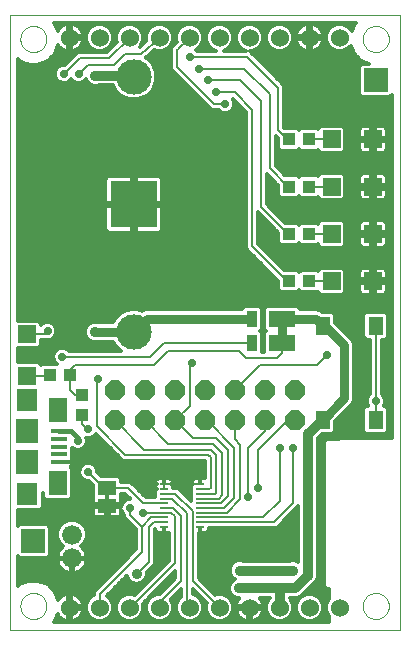
<source format=gtl>
G75*
G70*
%OFA0B0*%
%FSLAX24Y24*%
%IPPOS*%
%LPD*%
%AMOC8*
5,1,8,0,0,1.08239X$1,22.5*
%
%ADD10C,0.0000*%
%ADD11R,0.0787X0.0787*%
%ADD12R,0.0591X0.0591*%
%ADD13R,0.0394X0.0433*%
%ADD14R,0.0512X0.0610*%
%ADD15R,0.0531X0.0157*%
%ADD16R,0.0630X0.0827*%
%ADD17R,0.0748X0.0837*%
%ADD18R,0.0709X0.0748*%
%ADD19R,0.0276X0.0079*%
%ADD20OC8,0.0660*%
%ADD21C,0.0600*%
%ADD22C,0.0660*%
%ADD23R,0.0630X0.0460*%
%ADD24C,0.0120*%
%ADD25R,0.0433X0.0394*%
%ADD26R,0.0866X0.0551*%
%ADD27R,0.0354X0.0551*%
%ADD28R,0.1575X0.1575*%
%ADD29C,0.1181*%
%ADD30C,0.0080*%
%ADD31C,0.0277*%
%ADD32C,0.0079*%
%ADD33C,0.0160*%
%ADD34C,0.0356*%
%ADD35C,0.0320*%
%ADD36C,0.0315*%
D10*
X000519Y000100D02*
X000519Y020572D01*
X013511Y020572D01*
X013511Y000100D01*
X000519Y000100D01*
X000873Y000887D02*
X000875Y000928D01*
X000881Y000969D01*
X000891Y001009D01*
X000904Y001048D01*
X000921Y001085D01*
X000942Y001121D01*
X000966Y001155D01*
X000993Y001186D01*
X001022Y001214D01*
X001055Y001240D01*
X001089Y001262D01*
X001126Y001281D01*
X001164Y001296D01*
X001204Y001308D01*
X001244Y001316D01*
X001285Y001320D01*
X001327Y001320D01*
X001368Y001316D01*
X001408Y001308D01*
X001448Y001296D01*
X001486Y001281D01*
X001522Y001262D01*
X001557Y001240D01*
X001590Y001214D01*
X001619Y001186D01*
X001646Y001155D01*
X001670Y001121D01*
X001691Y001085D01*
X001708Y001048D01*
X001721Y001009D01*
X001731Y000969D01*
X001737Y000928D01*
X001739Y000887D01*
X001737Y000846D01*
X001731Y000805D01*
X001721Y000765D01*
X001708Y000726D01*
X001691Y000689D01*
X001670Y000653D01*
X001646Y000619D01*
X001619Y000588D01*
X001590Y000560D01*
X001557Y000534D01*
X001523Y000512D01*
X001486Y000493D01*
X001448Y000478D01*
X001408Y000466D01*
X001368Y000458D01*
X001327Y000454D01*
X001285Y000454D01*
X001244Y000458D01*
X001204Y000466D01*
X001164Y000478D01*
X001126Y000493D01*
X001090Y000512D01*
X001055Y000534D01*
X001022Y000560D01*
X000993Y000588D01*
X000966Y000619D01*
X000942Y000653D01*
X000921Y000689D01*
X000904Y000726D01*
X000891Y000765D01*
X000881Y000805D01*
X000875Y000846D01*
X000873Y000887D01*
X012290Y000887D02*
X012292Y000928D01*
X012298Y000969D01*
X012308Y001009D01*
X012321Y001048D01*
X012338Y001085D01*
X012359Y001121D01*
X012383Y001155D01*
X012410Y001186D01*
X012439Y001214D01*
X012472Y001240D01*
X012506Y001262D01*
X012543Y001281D01*
X012581Y001296D01*
X012621Y001308D01*
X012661Y001316D01*
X012702Y001320D01*
X012744Y001320D01*
X012785Y001316D01*
X012825Y001308D01*
X012865Y001296D01*
X012903Y001281D01*
X012939Y001262D01*
X012974Y001240D01*
X013007Y001214D01*
X013036Y001186D01*
X013063Y001155D01*
X013087Y001121D01*
X013108Y001085D01*
X013125Y001048D01*
X013138Y001009D01*
X013148Y000969D01*
X013154Y000928D01*
X013156Y000887D01*
X013154Y000846D01*
X013148Y000805D01*
X013138Y000765D01*
X013125Y000726D01*
X013108Y000689D01*
X013087Y000653D01*
X013063Y000619D01*
X013036Y000588D01*
X013007Y000560D01*
X012974Y000534D01*
X012940Y000512D01*
X012903Y000493D01*
X012865Y000478D01*
X012825Y000466D01*
X012785Y000458D01*
X012744Y000454D01*
X012702Y000454D01*
X012661Y000458D01*
X012621Y000466D01*
X012581Y000478D01*
X012543Y000493D01*
X012507Y000512D01*
X012472Y000534D01*
X012439Y000560D01*
X012410Y000588D01*
X012383Y000619D01*
X012359Y000653D01*
X012338Y000689D01*
X012321Y000726D01*
X012308Y000765D01*
X012298Y000805D01*
X012292Y000846D01*
X012290Y000887D01*
X012290Y019785D02*
X012292Y019826D01*
X012298Y019867D01*
X012308Y019907D01*
X012321Y019946D01*
X012338Y019983D01*
X012359Y020019D01*
X012383Y020053D01*
X012410Y020084D01*
X012439Y020112D01*
X012472Y020138D01*
X012506Y020160D01*
X012543Y020179D01*
X012581Y020194D01*
X012621Y020206D01*
X012661Y020214D01*
X012702Y020218D01*
X012744Y020218D01*
X012785Y020214D01*
X012825Y020206D01*
X012865Y020194D01*
X012903Y020179D01*
X012939Y020160D01*
X012974Y020138D01*
X013007Y020112D01*
X013036Y020084D01*
X013063Y020053D01*
X013087Y020019D01*
X013108Y019983D01*
X013125Y019946D01*
X013138Y019907D01*
X013148Y019867D01*
X013154Y019826D01*
X013156Y019785D01*
X013154Y019744D01*
X013148Y019703D01*
X013138Y019663D01*
X013125Y019624D01*
X013108Y019587D01*
X013087Y019551D01*
X013063Y019517D01*
X013036Y019486D01*
X013007Y019458D01*
X012974Y019432D01*
X012940Y019410D01*
X012903Y019391D01*
X012865Y019376D01*
X012825Y019364D01*
X012785Y019356D01*
X012744Y019352D01*
X012702Y019352D01*
X012661Y019356D01*
X012621Y019364D01*
X012581Y019376D01*
X012543Y019391D01*
X012507Y019410D01*
X012472Y019432D01*
X012439Y019458D01*
X012410Y019486D01*
X012383Y019517D01*
X012359Y019551D01*
X012338Y019587D01*
X012321Y019624D01*
X012308Y019663D01*
X012298Y019703D01*
X012292Y019744D01*
X012290Y019785D01*
X000873Y019785D02*
X000875Y019826D01*
X000881Y019867D01*
X000891Y019907D01*
X000904Y019946D01*
X000921Y019983D01*
X000942Y020019D01*
X000966Y020053D01*
X000993Y020084D01*
X001022Y020112D01*
X001055Y020138D01*
X001089Y020160D01*
X001126Y020179D01*
X001164Y020194D01*
X001204Y020206D01*
X001244Y020214D01*
X001285Y020218D01*
X001327Y020218D01*
X001368Y020214D01*
X001408Y020206D01*
X001448Y020194D01*
X001486Y020179D01*
X001522Y020160D01*
X001557Y020138D01*
X001590Y020112D01*
X001619Y020084D01*
X001646Y020053D01*
X001670Y020019D01*
X001691Y019983D01*
X001708Y019946D01*
X001721Y019907D01*
X001731Y019867D01*
X001737Y019826D01*
X001739Y019785D01*
X001737Y019744D01*
X001731Y019703D01*
X001721Y019663D01*
X001708Y019624D01*
X001691Y019587D01*
X001670Y019551D01*
X001646Y019517D01*
X001619Y019486D01*
X001590Y019458D01*
X001557Y019432D01*
X001523Y019410D01*
X001486Y019391D01*
X001448Y019376D01*
X001408Y019364D01*
X001368Y019356D01*
X001327Y019352D01*
X001285Y019352D01*
X001244Y019356D01*
X001204Y019364D01*
X001164Y019376D01*
X001126Y019391D01*
X001090Y019410D01*
X001055Y019432D01*
X001022Y019458D01*
X000993Y019486D01*
X000966Y019517D01*
X000942Y019551D01*
X000921Y019587D01*
X000904Y019624D01*
X000891Y019663D01*
X000881Y019703D01*
X000875Y019744D01*
X000873Y019785D01*
D11*
X001306Y003053D03*
X012723Y018407D03*
D12*
X012625Y016439D03*
X012625Y014864D03*
X012625Y013289D03*
X012625Y011714D03*
X011247Y011714D03*
X011247Y013289D03*
X011247Y014864D03*
X011247Y016439D03*
X001109Y009943D03*
X001109Y008565D03*
D13*
X001857Y008584D03*
X002527Y008584D03*
X009830Y011714D03*
X010499Y011714D03*
X010499Y013289D03*
X009830Y013289D03*
X009830Y014868D03*
X010499Y014868D03*
X010499Y016439D03*
X009830Y016439D03*
D14*
X010952Y010228D03*
X012723Y010228D03*
X012723Y007098D03*
X010952Y007098D03*
D15*
X002162Y006714D03*
X002162Y006458D03*
X002162Y006202D03*
X002162Y005946D03*
X002162Y005691D03*
D16*
X002113Y004982D03*
X002113Y007423D03*
D17*
X001109Y006719D03*
X001109Y005686D03*
D18*
X001109Y004637D03*
X001109Y007767D03*
D19*
X005657Y004943D03*
X005657Y004785D03*
X005657Y004628D03*
X005657Y004470D03*
X005657Y004313D03*
X005657Y004155D03*
X005657Y003998D03*
X005657Y003840D03*
X005657Y003683D03*
X005657Y003525D03*
X006870Y003525D03*
X006870Y003683D03*
X006870Y003840D03*
X006870Y003998D03*
X006870Y004155D03*
X006870Y004313D03*
X006870Y004470D03*
X006870Y004628D03*
X006870Y004785D03*
X006870Y004943D03*
D20*
X007031Y007080D03*
X007031Y008080D03*
X006031Y008080D03*
X006031Y007080D03*
X005031Y007080D03*
X005031Y008080D03*
X004031Y008080D03*
X004031Y007080D03*
X008031Y007080D03*
X008031Y008080D03*
X009031Y008080D03*
X009031Y007080D03*
X010031Y007080D03*
X010031Y008080D03*
D21*
X010515Y000836D03*
X011515Y000836D03*
X009515Y000836D03*
X008515Y000836D03*
X007515Y000836D03*
X006515Y000836D03*
X005515Y000836D03*
X004515Y000836D03*
X003515Y000836D03*
X002515Y000836D03*
X002515Y019836D03*
X003515Y019836D03*
X004515Y019836D03*
X005515Y019836D03*
X006515Y019836D03*
X007515Y019836D03*
X008515Y019836D03*
X009515Y019836D03*
X010515Y019836D03*
X011515Y019836D03*
D22*
X002595Y003269D03*
X002595Y002482D03*
D23*
X003767Y004229D03*
X003767Y004829D03*
D24*
X003767Y004779D02*
X003767Y004279D01*
X003547Y004284D02*
X003547Y004188D01*
X003561Y004174D01*
X003292Y004174D01*
X003292Y003978D01*
X003303Y003937D01*
X003324Y003901D01*
X003353Y003871D01*
X003390Y003850D01*
X003431Y003839D01*
X003712Y003839D01*
X003712Y004059D01*
X003822Y004059D01*
X003822Y003839D01*
X004103Y003839D01*
X004143Y003850D01*
X004180Y003871D01*
X004210Y003901D01*
X004231Y003937D01*
X004242Y003978D01*
X004242Y004081D01*
X004281Y003986D01*
X004335Y003932D01*
X004335Y003836D01*
X004729Y003443D01*
X004729Y002781D01*
X003315Y001368D01*
X003315Y001252D01*
X003254Y001226D01*
X003125Y001097D01*
X003055Y000928D01*
X003055Y000745D01*
X003125Y000576D01*
X003254Y000446D01*
X003423Y000376D01*
X003606Y000376D01*
X003775Y000446D01*
X003905Y000576D01*
X003975Y000745D01*
X003975Y000928D01*
X003905Y001097D01*
X003775Y001226D01*
X003749Y001237D01*
X004413Y001902D01*
X004464Y001779D01*
X004559Y001683D01*
X004684Y001632D01*
X004818Y001632D01*
X004943Y001683D01*
X005038Y001779D01*
X005089Y001903D01*
X005089Y002025D01*
X005345Y002281D01*
X005345Y003430D01*
X005363Y003449D01*
X005370Y003424D01*
X005391Y003388D01*
X005421Y003358D01*
X005457Y003337D01*
X005498Y003326D01*
X005657Y003326D01*
X005811Y003326D01*
X005811Y002387D01*
X004687Y001263D01*
X004606Y001296D01*
X004423Y001296D01*
X004254Y001226D01*
X004125Y001097D01*
X004055Y000928D01*
X004055Y000745D01*
X004125Y000576D01*
X004254Y000446D01*
X004423Y000376D01*
X004606Y000376D01*
X004775Y000446D01*
X004905Y000576D01*
X004975Y000745D01*
X004975Y000928D01*
X004957Y000969D01*
X006027Y002039D01*
X006027Y001806D01*
X005517Y001296D01*
X005423Y001296D01*
X005254Y001226D01*
X005125Y001097D01*
X005055Y000928D01*
X005055Y000745D01*
X005125Y000576D01*
X005254Y000446D01*
X005423Y000376D01*
X005606Y000376D01*
X005775Y000446D01*
X005905Y000576D01*
X005975Y000745D01*
X005975Y000928D01*
X005905Y001097D01*
X005894Y001107D01*
X006224Y001438D01*
X006224Y001196D01*
X006125Y001097D01*
X006055Y000928D01*
X006055Y000745D01*
X006125Y000576D01*
X006254Y000446D01*
X006423Y000376D01*
X006606Y000376D01*
X006775Y000446D01*
X006905Y000576D01*
X006975Y000745D01*
X006975Y000928D01*
X006905Y001097D01*
X006775Y001226D01*
X006624Y001289D01*
X006624Y001444D01*
X007080Y000988D01*
X007055Y000928D01*
X007055Y000745D01*
X007125Y000576D01*
X007254Y000446D01*
X007423Y000376D01*
X007606Y000376D01*
X007775Y000446D01*
X007905Y000576D01*
X007975Y000745D01*
X007975Y000928D01*
X007905Y001097D01*
X007775Y001226D01*
X007606Y001296D01*
X007423Y001296D01*
X007363Y001271D01*
X006821Y001813D01*
X006821Y003326D01*
X006870Y003326D01*
X007028Y003326D01*
X007069Y003337D01*
X007106Y003358D01*
X007135Y003388D01*
X007156Y003424D01*
X007167Y003465D01*
X007167Y003483D01*
X009418Y003483D01*
X009535Y003600D01*
X009535Y003601D01*
X010140Y004205D01*
X010140Y002363D01*
X010035Y002407D01*
X009900Y002407D01*
X009857Y002389D01*
X008307Y002389D01*
X008263Y002407D01*
X008129Y002407D01*
X008004Y002355D01*
X007909Y002260D01*
X007858Y002136D01*
X007858Y002001D01*
X007909Y001877D01*
X008004Y001782D01*
X008015Y001777D01*
X007985Y001765D01*
X007890Y001669D01*
X007838Y001545D01*
X007838Y001411D01*
X007890Y001286D01*
X007985Y001191D01*
X008109Y001140D01*
X008168Y001140D01*
X008164Y001136D01*
X008121Y001077D01*
X008088Y001013D01*
X008066Y000944D01*
X008055Y000876D01*
X008475Y000876D01*
X008475Y000796D01*
X008555Y000796D01*
X008555Y000876D01*
X008974Y000876D01*
X008963Y000944D01*
X008941Y001013D01*
X008908Y001077D01*
X008866Y001136D01*
X008844Y001158D01*
X009186Y001158D01*
X009125Y001097D01*
X009055Y000928D01*
X009055Y000745D01*
X009125Y000576D01*
X009254Y000446D01*
X009423Y000376D01*
X009606Y000376D01*
X009775Y000446D01*
X009905Y000576D01*
X009975Y000745D01*
X009975Y000928D01*
X009905Y001097D01*
X009844Y001158D01*
X010106Y001158D01*
X010223Y001207D01*
X010641Y001624D01*
X010731Y001714D01*
X010780Y001832D01*
X010780Y006473D01*
X010939Y006633D01*
X011274Y006633D01*
X011368Y006727D01*
X011368Y007065D01*
X011930Y007627D01*
X011978Y007744D01*
X011978Y009651D01*
X011930Y009768D01*
X011840Y009857D01*
X011368Y010330D01*
X011368Y010599D01*
X011274Y010693D01*
X010936Y010693D01*
X010905Y010723D01*
X010789Y010772D01*
X010187Y010772D01*
X010187Y010796D01*
X010093Y010890D01*
X009094Y010890D01*
X009000Y010796D01*
X009000Y010112D01*
X009052Y010061D01*
X009000Y010009D01*
X009000Y009354D01*
X008927Y009354D01*
X008927Y010009D01*
X008875Y010061D01*
X008927Y010112D01*
X008927Y010796D01*
X008833Y010890D01*
X008346Y010890D01*
X008252Y010796D01*
X008252Y010772D01*
X005022Y010772D01*
X004912Y010726D01*
X004802Y010772D01*
X004503Y010772D01*
X004227Y010658D01*
X004016Y010446D01*
X003972Y010339D01*
X003490Y010339D01*
X003440Y010359D01*
X003306Y010359D01*
X003182Y010308D01*
X003086Y010213D01*
X003035Y010089D01*
X003035Y009954D01*
X003086Y009830D01*
X003182Y009735D01*
X003306Y009683D01*
X003440Y009683D01*
X003490Y009704D01*
X003972Y009704D01*
X004016Y009596D01*
X004219Y009394D01*
X002494Y009394D01*
X002440Y009448D01*
X002330Y009493D01*
X002211Y009493D01*
X002101Y009448D01*
X002017Y009364D01*
X001972Y009254D01*
X001972Y009135D01*
X002017Y009025D01*
X002082Y008961D01*
X001594Y008961D01*
X001562Y008929D01*
X001471Y009020D01*
X000779Y009020D01*
X000779Y009487D01*
X001471Y009487D01*
X001565Y009581D01*
X001565Y009743D01*
X001717Y009743D01*
X001719Y009742D01*
X001838Y009742D01*
X001948Y009788D01*
X002032Y009872D01*
X002077Y009982D01*
X002077Y010100D01*
X002032Y010210D01*
X001948Y010294D01*
X001838Y010340D01*
X001719Y010340D01*
X001609Y010294D01*
X001565Y010249D01*
X001565Y010304D01*
X001471Y010398D01*
X000779Y010398D01*
X000779Y019112D01*
X000825Y019065D01*
X001137Y018936D01*
X001475Y018936D01*
X001787Y019065D01*
X002026Y019304D01*
X002137Y019573D01*
X002164Y019537D01*
X002215Y019485D01*
X002274Y019443D01*
X002338Y019410D01*
X002407Y019388D01*
X002475Y019377D01*
X002475Y019796D01*
X002555Y019796D01*
X002555Y019876D01*
X002974Y019876D01*
X002963Y019944D01*
X002941Y020013D01*
X002908Y020077D01*
X002866Y020136D01*
X002814Y020187D01*
X002756Y020230D01*
X002691Y020263D01*
X002622Y020285D01*
X002555Y020296D01*
X002555Y019876D01*
X002475Y019876D01*
X002475Y020296D01*
X002407Y020285D01*
X002338Y020263D01*
X002274Y020230D01*
X002215Y020187D01*
X002164Y020136D01*
X002121Y020077D01*
X002112Y020059D01*
X002026Y020266D01*
X001979Y020312D01*
X012050Y020312D01*
X012004Y020266D01*
X011919Y020062D01*
X011905Y020097D01*
X011775Y020226D01*
X011606Y020296D01*
X011423Y020296D01*
X011254Y020226D01*
X011125Y020097D01*
X011055Y019928D01*
X011055Y019745D01*
X011125Y019576D01*
X011254Y019446D01*
X011423Y019376D01*
X011606Y019376D01*
X011775Y019446D01*
X011895Y019566D01*
X012004Y019304D01*
X012243Y019065D01*
X012495Y018961D01*
X012263Y018961D01*
X012170Y018867D01*
X012170Y017947D01*
X012263Y017853D01*
X013183Y017853D01*
X013251Y017921D01*
X013251Y006480D01*
X011512Y006480D01*
X011492Y006461D01*
X011082Y006461D01*
X010989Y006367D01*
X010989Y001559D01*
X011082Y001466D01*
X011159Y001466D01*
X011156Y001128D01*
X011125Y001097D01*
X011055Y000928D01*
X011055Y000745D01*
X011125Y000576D01*
X011151Y000549D01*
X011150Y000360D01*
X001979Y000360D01*
X002026Y000406D01*
X002112Y000614D01*
X002121Y000595D01*
X002164Y000537D01*
X002215Y000485D01*
X002274Y000443D01*
X002338Y000410D01*
X002407Y000388D01*
X002475Y000377D01*
X002475Y000796D01*
X002555Y000796D01*
X002555Y000876D01*
X002974Y000876D01*
X002963Y000944D01*
X002941Y001013D01*
X002908Y001077D01*
X002866Y001136D01*
X002814Y001187D01*
X002756Y001230D01*
X002691Y001263D01*
X002622Y001285D01*
X003315Y001285D01*
X003351Y001404D02*
X001991Y001404D01*
X002026Y001368D02*
X001787Y001607D01*
X001475Y001736D01*
X001137Y001736D01*
X000825Y001607D01*
X000779Y001561D01*
X000779Y002566D01*
X000846Y002499D01*
X001766Y002499D01*
X001860Y002593D01*
X001860Y003513D01*
X001766Y003606D01*
X000846Y003606D01*
X000779Y003539D01*
X000779Y004103D01*
X001530Y004103D01*
X001624Y004197D01*
X001624Y004664D01*
X001638Y004664D01*
X001638Y004502D01*
X001732Y004409D01*
X002494Y004409D01*
X002588Y004502D01*
X002588Y005462D01*
X002546Y005504D01*
X002556Y005514D01*
X002577Y005550D01*
X002588Y005591D01*
X002588Y005691D01*
X002588Y005790D01*
X002586Y005799D01*
X002588Y005801D01*
X002588Y006171D01*
X002613Y006146D01*
X002723Y006100D01*
X002842Y006100D01*
X002952Y006146D01*
X003036Y006230D01*
X003081Y006340D01*
X003081Y006459D01*
X003074Y006476D01*
X003077Y006474D01*
X003196Y006474D01*
X003306Y006520D01*
X003390Y006604D01*
X003398Y006624D01*
X004294Y005727D01*
X007012Y005727D01*
X007012Y005142D01*
X006870Y005142D01*
X006870Y004984D01*
X006870Y004984D01*
X006870Y005142D01*
X006711Y005142D01*
X006670Y005131D01*
X006634Y005110D01*
X006604Y005080D01*
X006583Y005044D01*
X006572Y005003D01*
X006572Y004943D01*
X006624Y004943D01*
X006624Y004943D01*
X006572Y004943D01*
X006572Y004380D01*
X006241Y004710D01*
X006124Y004828D01*
X005955Y004828D01*
X005955Y004845D01*
X005950Y004864D01*
X005955Y004882D01*
X005955Y004943D01*
X005955Y005003D01*
X005944Y005044D01*
X005923Y005080D01*
X005893Y005110D01*
X005857Y005131D01*
X005816Y005142D01*
X005657Y005142D01*
X005657Y004943D01*
X005657Y004943D01*
X005657Y005142D01*
X005498Y005142D01*
X005457Y005131D01*
X005421Y005110D01*
X005391Y005080D01*
X005370Y005044D01*
X005359Y005003D01*
X005359Y004943D01*
X005411Y004943D01*
X005411Y004943D01*
X005359Y004943D01*
X005359Y004882D01*
X005364Y004864D01*
X005359Y004845D01*
X005359Y004785D01*
X005359Y004513D01*
X005050Y004513D01*
X004656Y004907D01*
X004539Y005024D01*
X004242Y005024D01*
X004242Y005125D01*
X004148Y005219D01*
X003556Y005219D01*
X003436Y005340D01*
X003436Y005415D01*
X003390Y005525D01*
X003306Y005609D01*
X003196Y005655D01*
X003077Y005655D01*
X002968Y005609D01*
X002884Y005525D01*
X002838Y005415D01*
X002838Y005296D01*
X002884Y005187D01*
X002968Y005103D01*
X003077Y005057D01*
X003153Y005057D01*
X003292Y004918D01*
X003292Y004533D01*
X003303Y004522D01*
X003303Y004521D01*
X003292Y004480D01*
X003292Y004284D01*
X003547Y004284D01*
X003547Y004248D02*
X001624Y004248D01*
X001624Y004366D02*
X003292Y004366D01*
X003293Y004485D02*
X002570Y004485D01*
X002588Y004603D02*
X003292Y004603D01*
X003292Y004722D02*
X002588Y004722D01*
X002588Y004840D02*
X003292Y004840D01*
X003251Y004959D02*
X002588Y004959D01*
X002588Y005077D02*
X003029Y005077D01*
X002880Y005196D02*
X002588Y005196D01*
X002588Y005314D02*
X002838Y005314D01*
X002845Y005433D02*
X002588Y005433D01*
X002578Y005551D02*
X002909Y005551D01*
X002588Y005670D02*
X007012Y005670D01*
X007012Y005551D02*
X003364Y005551D01*
X003428Y005433D02*
X007012Y005433D01*
X007012Y005314D02*
X003462Y005314D01*
X003997Y006025D02*
X002588Y006025D01*
X002588Y005907D02*
X004115Y005907D01*
X004234Y005788D02*
X002588Y005788D01*
X002588Y005691D02*
X002162Y005691D01*
X002162Y005691D01*
X002588Y005691D01*
X002588Y006144D02*
X002619Y006144D01*
X002946Y006144D02*
X003878Y006144D01*
X003760Y006262D02*
X003049Y006262D01*
X003081Y006381D02*
X003641Y006381D01*
X003523Y006499D02*
X003255Y006499D01*
X003396Y006618D02*
X003404Y006618D01*
X004172Y005196D02*
X007012Y005196D01*
X006870Y005077D02*
X006870Y005077D01*
X006602Y005077D02*
X005925Y005077D01*
X005955Y004959D02*
X006572Y004959D01*
X006572Y004840D02*
X005955Y004840D01*
X005955Y004943D02*
X005903Y004943D01*
X005955Y004943D01*
X005903Y004943D02*
X005903Y004943D01*
X005657Y004959D02*
X005657Y004959D01*
X005657Y005077D02*
X005657Y005077D01*
X005389Y005077D02*
X004242Y005077D01*
X004604Y004959D02*
X005359Y004959D01*
X005359Y004840D02*
X004723Y004840D01*
X004841Y004722D02*
X005359Y004722D01*
X005359Y004785D02*
X005411Y004785D01*
X005411Y004785D01*
X005411Y004785D01*
X005359Y004785D01*
X005359Y004603D02*
X004960Y004603D01*
X004543Y004454D02*
X004373Y004624D01*
X004242Y004624D01*
X004242Y004533D01*
X004230Y004522D01*
X004231Y004521D01*
X004242Y004480D01*
X004242Y004284D01*
X003987Y004284D01*
X003987Y004188D01*
X003973Y004174D01*
X004236Y004174D01*
X004236Y004215D01*
X004281Y004324D01*
X004365Y004408D01*
X004475Y004454D01*
X004543Y004454D01*
X004513Y004485D02*
X004241Y004485D01*
X004242Y004603D02*
X004394Y004603D01*
X004323Y004366D02*
X004242Y004366D01*
X004249Y004248D02*
X003987Y004248D01*
X003822Y004011D02*
X003712Y004011D01*
X003712Y003892D02*
X003822Y003892D01*
X004201Y003892D02*
X004335Y003892D01*
X004398Y003774D02*
X000779Y003774D01*
X000779Y003892D02*
X003333Y003892D01*
X003292Y004011D02*
X000779Y004011D01*
X000779Y003655D02*
X002288Y003655D01*
X002318Y003685D02*
X002180Y003547D01*
X002105Y003367D01*
X002105Y003172D01*
X002180Y002992D01*
X002299Y002872D01*
X002276Y002856D01*
X002222Y002801D01*
X002176Y002739D01*
X002141Y002670D01*
X002118Y002597D01*
X002105Y002520D01*
X002105Y002501D01*
X002577Y002501D01*
X002577Y002463D01*
X002614Y002463D01*
X002614Y001992D01*
X002634Y001992D01*
X002710Y002004D01*
X002784Y002028D01*
X002852Y002063D01*
X002915Y002108D01*
X002969Y002163D01*
X003015Y002225D01*
X003050Y002294D01*
X003073Y002367D01*
X003085Y002443D01*
X003085Y002463D01*
X002614Y002463D01*
X002614Y002501D01*
X003085Y002501D01*
X003085Y002520D01*
X003073Y002597D01*
X003050Y002670D01*
X003015Y002739D01*
X002969Y002801D01*
X002915Y002856D01*
X002892Y002872D01*
X003011Y002992D01*
X003085Y003172D01*
X003085Y003367D01*
X003011Y003547D01*
X002873Y003685D01*
X002693Y003759D01*
X002498Y003759D01*
X002318Y003685D01*
X002176Y003537D02*
X001836Y003537D01*
X001860Y003418D02*
X002127Y003418D01*
X002105Y003300D02*
X001860Y003300D01*
X001860Y003181D02*
X002105Y003181D01*
X002151Y003063D02*
X001860Y003063D01*
X001860Y002944D02*
X002228Y002944D01*
X002246Y002826D02*
X001860Y002826D01*
X001860Y002707D02*
X002160Y002707D01*
X002116Y002589D02*
X001856Y002589D01*
X002105Y002463D02*
X002105Y002443D01*
X002118Y002367D01*
X002141Y002294D01*
X002176Y002225D01*
X002222Y002163D01*
X002276Y002108D01*
X002339Y002063D01*
X002407Y002028D01*
X002481Y002004D01*
X002557Y001992D01*
X002577Y001992D01*
X002577Y002463D01*
X002105Y002463D01*
X002123Y002352D02*
X000779Y002352D01*
X000779Y002470D02*
X002577Y002470D01*
X002614Y002470D02*
X004418Y002470D01*
X004536Y002589D02*
X003075Y002589D01*
X003031Y002707D02*
X004655Y002707D01*
X004729Y002826D02*
X002945Y002826D01*
X002963Y002944D02*
X004729Y002944D01*
X004729Y003063D02*
X003040Y003063D01*
X003085Y003181D02*
X004729Y003181D01*
X004729Y003300D02*
X003085Y003300D01*
X003064Y003418D02*
X004729Y003418D01*
X004635Y003537D02*
X003015Y003537D01*
X002903Y003655D02*
X004516Y003655D01*
X004271Y004011D02*
X004242Y004011D01*
X003292Y004129D02*
X001555Y004129D01*
X001624Y004485D02*
X001656Y004485D01*
X001638Y004603D02*
X001624Y004603D01*
X002577Y002352D02*
X002614Y002352D01*
X002614Y002233D02*
X002577Y002233D01*
X002577Y002115D02*
X002614Y002115D01*
X002614Y001996D02*
X002577Y001996D01*
X002531Y001996D02*
X000779Y001996D01*
X000779Y001878D02*
X003825Y001878D01*
X003944Y001996D02*
X002660Y001996D01*
X002921Y002115D02*
X004062Y002115D01*
X004181Y002233D02*
X003019Y002233D01*
X003068Y002352D02*
X004299Y002352D01*
X004389Y001878D02*
X004423Y001878D01*
X004484Y001759D02*
X004271Y001759D01*
X004152Y001641D02*
X004663Y001641D01*
X004839Y001641D02*
X005065Y001641D01*
X005018Y001759D02*
X005183Y001759D01*
X005079Y001878D02*
X005302Y001878D01*
X005420Y001996D02*
X005089Y001996D01*
X005178Y002115D02*
X005539Y002115D01*
X005657Y002233D02*
X005297Y002233D01*
X005345Y002352D02*
X005776Y002352D01*
X005811Y002470D02*
X005345Y002470D01*
X005345Y002589D02*
X005811Y002589D01*
X005811Y002707D02*
X005345Y002707D01*
X005345Y002826D02*
X005811Y002826D01*
X005811Y002944D02*
X005345Y002944D01*
X005345Y003063D02*
X005811Y003063D01*
X005811Y003181D02*
X005345Y003181D01*
X005345Y003300D02*
X005811Y003300D01*
X005657Y003326D02*
X005657Y003483D01*
X005657Y003483D01*
X005657Y003326D01*
X005657Y003418D02*
X005657Y003418D01*
X005374Y003418D02*
X005345Y003418D01*
X006230Y004722D02*
X006572Y004722D01*
X006572Y004603D02*
X006349Y004603D01*
X006467Y004485D02*
X006572Y004485D01*
X006870Y003483D02*
X006870Y003483D01*
X006870Y003326D01*
X006870Y003483D01*
X006870Y003418D02*
X006870Y003418D01*
X006821Y003300D02*
X010140Y003300D01*
X010140Y003418D02*
X007153Y003418D01*
X006821Y003181D02*
X010140Y003181D01*
X010140Y003063D02*
X006821Y003063D01*
X006821Y002944D02*
X010140Y002944D01*
X010140Y002826D02*
X006821Y002826D01*
X006821Y002707D02*
X010140Y002707D01*
X010140Y002589D02*
X006821Y002589D01*
X006821Y002470D02*
X010140Y002470D01*
X010749Y001759D02*
X010989Y001759D01*
X010989Y001641D02*
X010657Y001641D01*
X010539Y001522D02*
X011026Y001522D01*
X011158Y001404D02*
X010420Y001404D01*
X010423Y001296D02*
X010254Y001226D01*
X010125Y001097D01*
X010055Y000928D01*
X010055Y000745D01*
X010125Y000576D01*
X010254Y000446D01*
X010423Y000376D01*
X010606Y000376D01*
X010775Y000446D01*
X010905Y000576D01*
X010975Y000745D01*
X010975Y000928D01*
X010905Y001097D01*
X010775Y001226D01*
X010606Y001296D01*
X010423Y001296D01*
X010396Y001285D02*
X010302Y001285D01*
X010195Y001167D02*
X010126Y001167D01*
X010105Y001048D02*
X009925Y001048D01*
X009974Y000930D02*
X010056Y000930D01*
X010055Y000811D02*
X009975Y000811D01*
X009953Y000693D02*
X010076Y000693D01*
X010126Y000574D02*
X009903Y000574D01*
X009785Y000456D02*
X010245Y000456D01*
X010785Y000456D02*
X011151Y000456D01*
X011126Y000574D02*
X010903Y000574D01*
X010953Y000693D02*
X011076Y000693D01*
X011055Y000811D02*
X010975Y000811D01*
X010974Y000930D02*
X011056Y000930D01*
X011105Y001048D02*
X010925Y001048D01*
X010835Y001167D02*
X011156Y001167D01*
X011157Y001285D02*
X010633Y001285D01*
X010780Y001878D02*
X010989Y001878D01*
X010989Y001996D02*
X010780Y001996D01*
X010780Y002115D02*
X010989Y002115D01*
X010989Y002233D02*
X010780Y002233D01*
X010780Y002352D02*
X010989Y002352D01*
X010989Y002470D02*
X010780Y002470D01*
X010780Y002589D02*
X010989Y002589D01*
X010989Y002707D02*
X010780Y002707D01*
X010780Y002826D02*
X010989Y002826D01*
X010989Y002944D02*
X010780Y002944D01*
X010780Y003063D02*
X010989Y003063D01*
X010989Y003181D02*
X010780Y003181D01*
X010780Y003300D02*
X010989Y003300D01*
X010989Y003418D02*
X010780Y003418D01*
X010780Y003537D02*
X010989Y003537D01*
X010989Y003655D02*
X010780Y003655D01*
X010780Y003774D02*
X010989Y003774D01*
X010989Y003892D02*
X010780Y003892D01*
X010780Y004011D02*
X010989Y004011D01*
X010989Y004129D02*
X010780Y004129D01*
X010780Y004248D02*
X010989Y004248D01*
X010989Y004366D02*
X010780Y004366D01*
X010780Y004485D02*
X010989Y004485D01*
X010989Y004603D02*
X010780Y004603D01*
X010780Y004722D02*
X010989Y004722D01*
X010989Y004840D02*
X010780Y004840D01*
X010780Y004959D02*
X010989Y004959D01*
X010989Y005077D02*
X010780Y005077D01*
X010780Y005196D02*
X010989Y005196D01*
X010989Y005314D02*
X010780Y005314D01*
X010780Y005433D02*
X010989Y005433D01*
X010989Y005551D02*
X010780Y005551D01*
X010780Y005670D02*
X010989Y005670D01*
X010989Y005788D02*
X010780Y005788D01*
X010780Y005907D02*
X010989Y005907D01*
X010989Y006025D02*
X010780Y006025D01*
X010780Y006144D02*
X010989Y006144D01*
X010989Y006262D02*
X010780Y006262D01*
X010780Y006381D02*
X011002Y006381D01*
X010805Y006499D02*
X013251Y006499D01*
X013251Y006618D02*
X010924Y006618D01*
X011368Y006736D02*
X012308Y006736D01*
X012308Y006727D02*
X012401Y006633D01*
X013046Y006633D01*
X013139Y006727D01*
X013139Y007469D01*
X013046Y007563D01*
X012979Y007563D01*
X013022Y007669D01*
X013022Y007787D01*
X012977Y007897D01*
X012923Y007950D01*
X012923Y009763D01*
X013046Y009763D01*
X013139Y009857D01*
X013139Y010599D01*
X013046Y010693D01*
X012401Y010693D01*
X012308Y010599D01*
X012308Y009857D01*
X012401Y009763D01*
X012523Y009763D01*
X012523Y007950D01*
X012470Y007897D01*
X012425Y007787D01*
X012425Y007669D01*
X012468Y007563D01*
X012401Y007563D01*
X012308Y007469D01*
X012308Y006727D01*
X012308Y006855D02*
X011368Y006855D01*
X011368Y006973D02*
X012308Y006973D01*
X012308Y007092D02*
X011394Y007092D01*
X011513Y007210D02*
X012308Y007210D01*
X012308Y007329D02*
X011631Y007329D01*
X011750Y007447D02*
X012308Y007447D01*
X012467Y007566D02*
X011868Y007566D01*
X011953Y007684D02*
X012425Y007684D01*
X012431Y007803D02*
X011978Y007803D01*
X011978Y007921D02*
X012494Y007921D01*
X012523Y008040D02*
X011978Y008040D01*
X011978Y008158D02*
X012523Y008158D01*
X012523Y008277D02*
X011978Y008277D01*
X011978Y008395D02*
X012523Y008395D01*
X012523Y008514D02*
X011978Y008514D01*
X011978Y008632D02*
X012523Y008632D01*
X012523Y008751D02*
X011978Y008751D01*
X011978Y008869D02*
X012523Y008869D01*
X012523Y008988D02*
X011978Y008988D01*
X011978Y009106D02*
X012523Y009106D01*
X012523Y009225D02*
X011978Y009225D01*
X011978Y009343D02*
X012523Y009343D01*
X012523Y009462D02*
X011978Y009462D01*
X011978Y009580D02*
X012523Y009580D01*
X012523Y009699D02*
X011958Y009699D01*
X011881Y009817D02*
X012347Y009817D01*
X012308Y009936D02*
X011762Y009936D01*
X011644Y010054D02*
X012308Y010054D01*
X012308Y010173D02*
X011525Y010173D01*
X011407Y010291D02*
X012308Y010291D01*
X012308Y010410D02*
X011368Y010410D01*
X011368Y010528D02*
X012308Y010528D01*
X012355Y010647D02*
X011320Y010647D01*
X011609Y011259D02*
X011702Y011353D01*
X011702Y012076D01*
X011609Y012169D01*
X010885Y012169D01*
X010792Y012076D01*
X010792Y012061D01*
X010762Y012091D01*
X010236Y012091D01*
X010164Y012019D01*
X010093Y012091D01*
X009667Y012091D01*
X008790Y012968D01*
X008790Y014007D01*
X009473Y013324D01*
X009473Y013006D01*
X009567Y012912D01*
X010093Y012912D01*
X010164Y012984D01*
X010236Y012912D01*
X010762Y012912D01*
X010792Y012942D01*
X010792Y012927D01*
X010885Y012834D01*
X011609Y012834D01*
X011702Y012927D01*
X011702Y013651D01*
X011609Y013744D01*
X010885Y013744D01*
X010792Y013651D01*
X010792Y013636D01*
X010762Y013666D01*
X010236Y013666D01*
X010164Y013594D01*
X010093Y013666D01*
X009697Y013666D01*
X009085Y014277D01*
X009085Y015286D01*
X009473Y014898D01*
X009473Y014585D01*
X009567Y014491D01*
X010093Y014491D01*
X010164Y014563D01*
X010236Y014491D01*
X010762Y014491D01*
X010792Y014521D01*
X010792Y014502D01*
X010885Y014409D01*
X011609Y014409D01*
X011702Y014502D01*
X011702Y015225D01*
X011609Y015319D01*
X010885Y015319D01*
X010792Y015225D01*
X010792Y015215D01*
X010762Y015244D01*
X010236Y015244D01*
X010164Y015173D01*
X010093Y015244D01*
X009693Y015244D01*
X009380Y015557D01*
X009380Y016566D01*
X009473Y016473D01*
X009473Y016156D01*
X009567Y016062D01*
X010093Y016062D01*
X010164Y016134D01*
X010236Y016062D01*
X010762Y016062D01*
X010792Y016092D01*
X010792Y016077D01*
X010885Y015983D01*
X011609Y015983D01*
X011702Y016077D01*
X011702Y016800D01*
X011609Y016894D01*
X010885Y016894D01*
X010792Y016800D01*
X010792Y016785D01*
X010762Y016815D01*
X010236Y016815D01*
X010164Y016744D01*
X010093Y016815D01*
X009697Y016815D01*
X009675Y016836D01*
X009675Y018231D01*
X009558Y018348D01*
X008530Y019376D01*
X008606Y019376D01*
X008775Y019446D01*
X008905Y019576D01*
X008975Y019745D01*
X008975Y019928D01*
X008905Y020097D01*
X008775Y020226D01*
X008606Y020296D01*
X008423Y020296D01*
X008254Y020226D01*
X008125Y020097D01*
X008055Y019928D01*
X008055Y019745D01*
X008125Y019576D01*
X008254Y019446D01*
X008379Y019394D01*
X007650Y019394D01*
X007775Y019446D01*
X007905Y019576D01*
X007975Y019745D01*
X007975Y019928D01*
X007905Y020097D01*
X007775Y020226D01*
X007606Y020296D01*
X007423Y020296D01*
X007254Y020226D01*
X007125Y020097D01*
X007055Y019928D01*
X007055Y019745D01*
X007125Y019576D01*
X007254Y019446D01*
X007379Y019394D01*
X006745Y019394D01*
X006717Y019422D01*
X006775Y019446D01*
X006905Y019576D01*
X006975Y019745D01*
X006975Y019928D01*
X006905Y020097D01*
X006775Y020226D01*
X006606Y020296D01*
X006423Y020296D01*
X006254Y020226D01*
X006125Y020097D01*
X006055Y019928D01*
X006055Y019745D01*
X006080Y019684D01*
X005921Y019525D01*
X005921Y019524D01*
X005910Y019513D01*
X005910Y018758D01*
X006027Y018641D01*
X007247Y017420D01*
X007481Y017420D01*
X007535Y017366D01*
X007644Y017321D01*
X007763Y017321D01*
X007873Y017366D01*
X007957Y017450D01*
X008002Y017560D01*
X008002Y017679D01*
X007958Y017786D01*
X008390Y017355D01*
X008390Y012803D01*
X008507Y012685D01*
X009473Y011719D01*
X009473Y011431D01*
X009567Y011338D01*
X010093Y011338D01*
X010164Y011409D01*
X010236Y011338D01*
X010762Y011338D01*
X010792Y011367D01*
X010792Y011353D01*
X010885Y011259D01*
X011609Y011259D01*
X011702Y011358D02*
X012181Y011358D01*
X012181Y011357D02*
X012202Y011321D01*
X012231Y011291D01*
X012268Y011270D01*
X012309Y011259D01*
X012565Y011259D01*
X012565Y011654D01*
X012685Y011654D01*
X012685Y011259D01*
X012941Y011259D01*
X012982Y011270D01*
X013019Y011291D01*
X013048Y011321D01*
X013069Y011357D01*
X013080Y011398D01*
X013080Y011654D01*
X012685Y011654D01*
X012685Y011774D01*
X013080Y011774D01*
X013080Y012031D01*
X013069Y012071D01*
X013048Y012108D01*
X013019Y012137D01*
X012982Y012159D01*
X012941Y012169D01*
X012685Y012169D01*
X012685Y011774D01*
X012565Y011774D01*
X012565Y011654D01*
X012170Y011654D01*
X012170Y011398D01*
X012181Y011357D01*
X012170Y011476D02*
X011702Y011476D01*
X011702Y011595D02*
X012170Y011595D01*
X012170Y011774D02*
X012565Y011774D01*
X012565Y012169D01*
X012309Y012169D01*
X012268Y012159D01*
X012231Y012137D01*
X012202Y012108D01*
X012181Y012071D01*
X012170Y012031D01*
X012170Y011774D01*
X012170Y011832D02*
X011702Y011832D01*
X011702Y011950D02*
X012170Y011950D01*
X012180Y012069D02*
X011702Y012069D01*
X011702Y011713D02*
X012565Y011713D01*
X012565Y011595D02*
X012685Y011595D01*
X012685Y011713D02*
X013251Y011713D01*
X013251Y011595D02*
X013080Y011595D01*
X013080Y011476D02*
X013251Y011476D01*
X013251Y011358D02*
X013069Y011358D01*
X013251Y011239D02*
X000779Y011239D01*
X000779Y011121D02*
X013251Y011121D01*
X013251Y011002D02*
X000779Y011002D01*
X000779Y010884D02*
X008340Y010884D01*
X008839Y010884D02*
X009088Y010884D01*
X009000Y010765D02*
X008927Y010765D01*
X008927Y010647D02*
X009000Y010647D01*
X009000Y010528D02*
X008927Y010528D01*
X008927Y010410D02*
X009000Y010410D01*
X009000Y010291D02*
X008927Y010291D01*
X008927Y010173D02*
X009000Y010173D01*
X009046Y010054D02*
X008882Y010054D01*
X008927Y009936D02*
X009000Y009936D01*
X009000Y009817D02*
X008927Y009817D01*
X008927Y009699D02*
X009000Y009699D01*
X009000Y009580D02*
X008927Y009580D01*
X008927Y009462D02*
X009000Y009462D01*
X010099Y010884D02*
X013251Y010884D01*
X013251Y010765D02*
X010805Y010765D01*
X010782Y011358D02*
X010792Y011358D01*
X010216Y011358D02*
X010113Y011358D01*
X009547Y011358D02*
X000779Y011358D01*
X000779Y011476D02*
X009473Y011476D01*
X009473Y011595D02*
X000779Y011595D01*
X000779Y011713D02*
X009473Y011713D01*
X009361Y011832D02*
X000779Y011832D01*
X000779Y011950D02*
X009242Y011950D01*
X009124Y012069D02*
X000779Y012069D01*
X000779Y012187D02*
X009005Y012187D01*
X008887Y012306D02*
X000779Y012306D01*
X000779Y012424D02*
X008768Y012424D01*
X008650Y012543D02*
X000779Y012543D01*
X000779Y012661D02*
X008531Y012661D01*
X008413Y012780D02*
X000779Y012780D01*
X000779Y012898D02*
X008390Y012898D01*
X008390Y013017D02*
X000779Y013017D01*
X000779Y013135D02*
X008390Y013135D01*
X008390Y013254D02*
X000779Y013254D01*
X000779Y013372D02*
X003753Y013372D01*
X003767Y013358D02*
X003803Y013337D01*
X003844Y013326D01*
X004593Y013326D01*
X004593Y014213D01*
X004713Y014213D01*
X004713Y014333D01*
X005600Y014333D01*
X005600Y015082D01*
X005589Y015122D01*
X005568Y015159D01*
X005538Y015189D01*
X005502Y015210D01*
X005461Y015221D01*
X004713Y015221D01*
X004713Y014333D01*
X004593Y014333D01*
X004593Y015221D01*
X003844Y015221D01*
X003803Y015210D01*
X003767Y015189D01*
X003737Y015159D01*
X003716Y015122D01*
X003705Y015082D01*
X003705Y014333D01*
X004593Y014333D01*
X004593Y014213D01*
X003705Y014213D01*
X003705Y013465D01*
X003716Y013424D01*
X003737Y013388D01*
X003767Y013358D01*
X003705Y013491D02*
X000779Y013491D01*
X000779Y013609D02*
X003705Y013609D01*
X003705Y013728D02*
X000779Y013728D01*
X000779Y013846D02*
X003705Y013846D01*
X003705Y013965D02*
X000779Y013965D01*
X000779Y014083D02*
X003705Y014083D01*
X003705Y014202D02*
X000779Y014202D01*
X000779Y014320D02*
X004593Y014320D01*
X004593Y014202D02*
X004713Y014202D01*
X004713Y014213D02*
X004713Y013326D01*
X005461Y013326D01*
X005502Y013337D01*
X005538Y013358D01*
X005568Y013388D01*
X005589Y013424D01*
X005600Y013465D01*
X005600Y014213D01*
X004713Y014213D01*
X004713Y014320D02*
X008390Y014320D01*
X008390Y014202D02*
X005600Y014202D01*
X005600Y014083D02*
X008390Y014083D01*
X008390Y013965D02*
X005600Y013965D01*
X005600Y013846D02*
X008390Y013846D01*
X008390Y013728D02*
X005600Y013728D01*
X005600Y013609D02*
X008390Y013609D01*
X008390Y013491D02*
X005600Y013491D01*
X005552Y013372D02*
X008390Y013372D01*
X008790Y013372D02*
X009424Y013372D01*
X009473Y013254D02*
X008790Y013254D01*
X008790Y013135D02*
X009473Y013135D01*
X009473Y013017D02*
X008790Y013017D01*
X008860Y012898D02*
X010821Y012898D01*
X010784Y012069D02*
X010792Y012069D01*
X010214Y012069D02*
X010115Y012069D01*
X009571Y012187D02*
X013251Y012187D01*
X013251Y012069D02*
X013070Y012069D01*
X013080Y011950D02*
X013251Y011950D01*
X013251Y011832D02*
X013080Y011832D01*
X013251Y012306D02*
X009452Y012306D01*
X009334Y012424D02*
X013251Y012424D01*
X013251Y012543D02*
X009215Y012543D01*
X009097Y012661D02*
X013251Y012661D01*
X013251Y012780D02*
X008978Y012780D01*
X008790Y013491D02*
X009306Y013491D01*
X009187Y013609D02*
X008790Y013609D01*
X008790Y013728D02*
X009069Y013728D01*
X008950Y013846D02*
X008790Y013846D01*
X008790Y013965D02*
X008832Y013965D01*
X009085Y014320D02*
X013251Y014320D01*
X013251Y014202D02*
X009161Y014202D01*
X009279Y014083D02*
X013251Y014083D01*
X013251Y013965D02*
X009398Y013965D01*
X009516Y013846D02*
X013251Y013846D01*
X013251Y013728D02*
X012992Y013728D01*
X012982Y013733D02*
X012941Y013744D01*
X012685Y013744D01*
X012685Y013349D01*
X012565Y013349D01*
X012565Y013744D01*
X012309Y013744D01*
X012268Y013733D01*
X012231Y013712D01*
X012202Y013682D01*
X012181Y013646D01*
X012170Y013605D01*
X012170Y013349D01*
X012565Y013349D01*
X012565Y013229D01*
X012170Y013229D01*
X012170Y012973D01*
X012181Y012932D01*
X012202Y012895D01*
X012231Y012866D01*
X012268Y012845D01*
X012309Y012834D01*
X012565Y012834D01*
X012565Y013229D01*
X012685Y013229D01*
X012685Y013349D01*
X013080Y013349D01*
X013080Y013605D01*
X013069Y013646D01*
X013048Y013682D01*
X013019Y013712D01*
X012982Y013733D01*
X013079Y013609D02*
X013251Y013609D01*
X013251Y013491D02*
X013080Y013491D01*
X013080Y013372D02*
X013251Y013372D01*
X013251Y013254D02*
X012685Y013254D01*
X012685Y013229D02*
X013080Y013229D01*
X013080Y012973D01*
X013069Y012932D01*
X013048Y012895D01*
X013019Y012866D01*
X012982Y012845D01*
X012941Y012834D01*
X012685Y012834D01*
X012685Y013229D01*
X012685Y013135D02*
X012565Y013135D01*
X012565Y013017D02*
X012685Y013017D01*
X012685Y012898D02*
X012565Y012898D01*
X012565Y013254D02*
X011702Y013254D01*
X011702Y013372D02*
X012170Y013372D01*
X012170Y013491D02*
X011702Y013491D01*
X011702Y013609D02*
X012171Y013609D01*
X012258Y013728D02*
X011625Y013728D01*
X011702Y013135D02*
X012170Y013135D01*
X012170Y013017D02*
X011702Y013017D01*
X011673Y012898D02*
X012200Y012898D01*
X012565Y013372D02*
X012685Y013372D01*
X012685Y013491D02*
X012565Y013491D01*
X012565Y013609D02*
X012685Y013609D01*
X012685Y013728D02*
X012565Y013728D01*
X012565Y014409D02*
X012309Y014409D01*
X012268Y014419D01*
X012231Y014440D01*
X012202Y014470D01*
X012181Y014507D01*
X012170Y014547D01*
X012170Y014804D01*
X012565Y014804D01*
X012565Y014924D01*
X012565Y015319D01*
X012309Y015319D01*
X012268Y015308D01*
X012231Y015287D01*
X012202Y015257D01*
X012181Y015221D01*
X012170Y015180D01*
X012170Y014924D01*
X012565Y014924D01*
X012685Y014924D01*
X012685Y015319D01*
X012941Y015319D01*
X012982Y015308D01*
X013019Y015287D01*
X013048Y015257D01*
X013069Y015221D01*
X013080Y015180D01*
X013080Y014924D01*
X012685Y014924D01*
X012685Y014804D01*
X013080Y014804D01*
X013080Y014547D01*
X013069Y014507D01*
X013048Y014470D01*
X013019Y014440D01*
X012982Y014419D01*
X012941Y014409D01*
X012685Y014409D01*
X012685Y014804D01*
X012565Y014804D01*
X012565Y014409D01*
X012565Y014439D02*
X012685Y014439D01*
X012685Y014557D02*
X012565Y014557D01*
X012565Y014676D02*
X012685Y014676D01*
X012685Y014794D02*
X012565Y014794D01*
X012565Y014913D02*
X011702Y014913D01*
X011702Y015031D02*
X012170Y015031D01*
X012170Y015150D02*
X011702Y015150D01*
X011660Y015268D02*
X012212Y015268D01*
X012170Y014794D02*
X011702Y014794D01*
X011702Y014676D02*
X012170Y014676D01*
X012170Y014557D02*
X011702Y014557D01*
X011639Y014439D02*
X012235Y014439D01*
X012565Y015031D02*
X012685Y015031D01*
X012685Y014913D02*
X013251Y014913D01*
X013251Y015031D02*
X013080Y015031D01*
X013080Y015150D02*
X013251Y015150D01*
X013251Y015268D02*
X013038Y015268D01*
X013251Y015387D02*
X009550Y015387D01*
X009432Y015505D02*
X013251Y015505D01*
X013251Y015624D02*
X009380Y015624D01*
X009380Y015742D02*
X013251Y015742D01*
X013251Y015861D02*
X009380Y015861D01*
X009380Y015979D02*
X013251Y015979D01*
X013251Y016098D02*
X013074Y016098D01*
X013069Y016082D02*
X013080Y016122D01*
X013080Y016379D01*
X012685Y016379D01*
X012685Y016499D01*
X012565Y016499D01*
X012565Y016894D01*
X012309Y016894D01*
X012268Y016883D01*
X012231Y016862D01*
X012202Y016832D01*
X012181Y016796D01*
X012170Y016755D01*
X012170Y016499D01*
X012565Y016499D01*
X012565Y016379D01*
X012170Y016379D01*
X012170Y016122D01*
X012181Y016082D01*
X012202Y016045D01*
X012231Y016015D01*
X012268Y015994D01*
X012309Y015983D01*
X012565Y015983D01*
X012565Y016379D01*
X012685Y016379D01*
X012685Y015983D01*
X012941Y015983D01*
X012982Y015994D01*
X013019Y016015D01*
X013048Y016045D01*
X013069Y016082D01*
X013080Y016216D02*
X013251Y016216D01*
X013251Y016335D02*
X013080Y016335D01*
X013080Y016499D02*
X013080Y016755D01*
X013069Y016796D01*
X013048Y016832D01*
X013019Y016862D01*
X012982Y016883D01*
X012941Y016894D01*
X012685Y016894D01*
X012685Y016499D01*
X013080Y016499D01*
X013080Y016572D02*
X013251Y016572D01*
X013251Y016690D02*
X013080Y016690D01*
X013062Y016809D02*
X013251Y016809D01*
X013251Y016927D02*
X009675Y016927D01*
X009675Y017046D02*
X013251Y017046D01*
X013251Y017164D02*
X009675Y017164D01*
X009675Y017283D02*
X013251Y017283D01*
X013251Y017401D02*
X009675Y017401D01*
X009675Y017520D02*
X013251Y017520D01*
X013251Y017638D02*
X009675Y017638D01*
X009675Y017757D02*
X013251Y017757D01*
X013251Y017875D02*
X013205Y017875D01*
X012685Y016809D02*
X012565Y016809D01*
X012565Y016690D02*
X012685Y016690D01*
X012685Y016572D02*
X012565Y016572D01*
X012565Y016453D02*
X011702Y016453D01*
X011702Y016335D02*
X012170Y016335D01*
X012170Y016216D02*
X011702Y016216D01*
X011702Y016098D02*
X012176Y016098D01*
X012565Y016098D02*
X012685Y016098D01*
X012685Y016216D02*
X012565Y016216D01*
X012565Y016335D02*
X012685Y016335D01*
X012685Y016453D02*
X013251Y016453D01*
X012685Y015268D02*
X012565Y015268D01*
X012565Y015150D02*
X012685Y015150D01*
X013080Y014794D02*
X013251Y014794D01*
X013251Y014676D02*
X013080Y014676D01*
X013080Y014557D02*
X013251Y014557D01*
X013251Y014439D02*
X013015Y014439D01*
X013080Y013135D02*
X013251Y013135D01*
X013251Y013017D02*
X013080Y013017D01*
X013050Y012898D02*
X013251Y012898D01*
X012685Y012069D02*
X012565Y012069D01*
X012565Y011950D02*
X012685Y011950D01*
X012685Y011832D02*
X012565Y011832D01*
X012565Y011476D02*
X012685Y011476D01*
X012685Y011358D02*
X012565Y011358D01*
X013092Y010647D02*
X013251Y010647D01*
X013251Y010528D02*
X013139Y010528D01*
X013139Y010410D02*
X013251Y010410D01*
X013251Y010291D02*
X013139Y010291D01*
X013139Y010173D02*
X013251Y010173D01*
X013251Y010054D02*
X013139Y010054D01*
X013139Y009936D02*
X013251Y009936D01*
X013251Y009817D02*
X013100Y009817D01*
X013251Y009699D02*
X012923Y009699D01*
X012923Y009580D02*
X013251Y009580D01*
X013251Y009462D02*
X012923Y009462D01*
X012923Y009343D02*
X013251Y009343D01*
X013251Y009225D02*
X012923Y009225D01*
X012923Y009106D02*
X013251Y009106D01*
X013251Y008988D02*
X012923Y008988D01*
X012923Y008869D02*
X013251Y008869D01*
X013251Y008751D02*
X012923Y008751D01*
X012923Y008632D02*
X013251Y008632D01*
X013251Y008514D02*
X012923Y008514D01*
X012923Y008395D02*
X013251Y008395D01*
X013251Y008277D02*
X012923Y008277D01*
X012923Y008158D02*
X013251Y008158D01*
X013251Y008040D02*
X012923Y008040D01*
X012953Y007921D02*
X013251Y007921D01*
X013251Y007803D02*
X013016Y007803D01*
X013022Y007684D02*
X013251Y007684D01*
X013251Y007566D02*
X012979Y007566D01*
X013139Y007447D02*
X013251Y007447D01*
X013251Y007329D02*
X013139Y007329D01*
X013139Y007210D02*
X013251Y007210D01*
X013251Y007092D02*
X013139Y007092D01*
X013139Y006973D02*
X013251Y006973D01*
X013251Y006855D02*
X013139Y006855D01*
X013139Y006736D02*
X013251Y006736D01*
X010140Y004129D02*
X010063Y004129D01*
X010140Y004011D02*
X009945Y004011D01*
X009826Y003892D02*
X010140Y003892D01*
X010140Y003774D02*
X009708Y003774D01*
X009589Y003655D02*
X010140Y003655D01*
X010140Y003537D02*
X009472Y003537D01*
X008001Y002352D02*
X006821Y002352D01*
X006821Y002233D02*
X007898Y002233D01*
X007858Y002115D02*
X006821Y002115D01*
X006821Y001996D02*
X007860Y001996D01*
X007909Y001878D02*
X006821Y001878D01*
X006875Y001759D02*
X007979Y001759D01*
X007878Y001641D02*
X006993Y001641D01*
X007112Y001522D02*
X007838Y001522D01*
X007841Y001404D02*
X007230Y001404D01*
X007349Y001285D02*
X007396Y001285D01*
X007633Y001285D02*
X007891Y001285D01*
X007835Y001167D02*
X008045Y001167D01*
X008106Y001048D02*
X007925Y001048D01*
X007974Y000930D02*
X008064Y000930D01*
X008055Y000796D02*
X008066Y000729D01*
X008088Y000660D01*
X008121Y000595D01*
X008164Y000537D01*
X008215Y000485D01*
X008274Y000443D01*
X008338Y000410D01*
X008407Y000388D01*
X008475Y000377D01*
X008475Y000796D01*
X008055Y000796D01*
X007975Y000811D02*
X008475Y000811D01*
X008555Y000811D02*
X009055Y000811D01*
X008974Y000796D02*
X008555Y000796D01*
X008555Y000377D01*
X008622Y000388D01*
X008691Y000410D01*
X008756Y000443D01*
X008814Y000485D01*
X008866Y000537D01*
X008908Y000595D01*
X008941Y000660D01*
X008963Y000729D01*
X008974Y000796D01*
X008952Y000693D02*
X009076Y000693D01*
X009126Y000574D02*
X008893Y000574D01*
X008773Y000456D02*
X009245Y000456D01*
X009056Y000930D02*
X008966Y000930D01*
X008923Y001048D02*
X009105Y001048D01*
X008555Y000693D02*
X008475Y000693D01*
X008475Y000574D02*
X008555Y000574D01*
X008555Y000456D02*
X008475Y000456D01*
X008256Y000456D02*
X007785Y000456D01*
X007903Y000574D02*
X008137Y000574D01*
X008078Y000693D02*
X007953Y000693D01*
X007245Y000456D02*
X006785Y000456D01*
X006903Y000574D02*
X007126Y000574D01*
X007076Y000693D02*
X006953Y000693D01*
X006975Y000811D02*
X007055Y000811D01*
X007056Y000930D02*
X006974Y000930D01*
X007020Y001048D02*
X006925Y001048D01*
X006902Y001167D02*
X006835Y001167D01*
X006783Y001285D02*
X006633Y001285D01*
X006624Y001404D02*
X006665Y001404D01*
X006224Y001404D02*
X006190Y001404D01*
X006224Y001285D02*
X006072Y001285D01*
X005953Y001167D02*
X006195Y001167D01*
X006105Y001048D02*
X005925Y001048D01*
X005974Y000930D02*
X006056Y000930D01*
X006055Y000811D02*
X005975Y000811D01*
X005953Y000693D02*
X006076Y000693D01*
X006126Y000574D02*
X005903Y000574D01*
X005785Y000456D02*
X006245Y000456D01*
X005624Y001404D02*
X005392Y001404D01*
X005396Y001285D02*
X005273Y001285D01*
X005195Y001167D02*
X005155Y001167D01*
X005105Y001048D02*
X005036Y001048D01*
X005056Y000930D02*
X004974Y000930D01*
X004975Y000811D02*
X005055Y000811D01*
X005076Y000693D02*
X004953Y000693D01*
X004903Y000574D02*
X005126Y000574D01*
X005245Y000456D02*
X004785Y000456D01*
X004245Y000456D02*
X003785Y000456D01*
X003903Y000574D02*
X004126Y000574D01*
X004076Y000693D02*
X003953Y000693D01*
X003975Y000811D02*
X004055Y000811D01*
X004056Y000930D02*
X003974Y000930D01*
X003925Y001048D02*
X004105Y001048D01*
X004195Y001167D02*
X003835Y001167D01*
X003797Y001285D02*
X004396Y001285D01*
X004633Y001285D02*
X004709Y001285D01*
X004828Y001404D02*
X003915Y001404D01*
X004034Y001522D02*
X004946Y001522D01*
X005510Y001522D02*
X005743Y001522D01*
X005629Y001641D02*
X005861Y001641D01*
X005747Y001759D02*
X005980Y001759D01*
X006027Y001878D02*
X005866Y001878D01*
X005984Y001996D02*
X006027Y001996D01*
X003707Y001759D02*
X000779Y001759D01*
X000779Y001641D02*
X000906Y001641D01*
X000779Y002115D02*
X002270Y002115D01*
X002172Y002233D02*
X000779Y002233D01*
X001706Y001641D02*
X003588Y001641D01*
X003470Y001522D02*
X001872Y001522D01*
X002026Y001368D02*
X002137Y001099D01*
X002164Y001136D01*
X002215Y001187D01*
X002274Y001230D01*
X002338Y001263D01*
X002407Y001285D01*
X002475Y001296D01*
X002475Y000876D01*
X002555Y000876D01*
X002555Y001296D01*
X002622Y001285D01*
X002555Y001285D02*
X002475Y001285D01*
X002408Y001285D02*
X002060Y001285D01*
X002109Y001167D02*
X002195Y001167D01*
X002475Y001167D02*
X002555Y001167D01*
X002555Y001048D02*
X002475Y001048D01*
X002475Y000930D02*
X002555Y000930D01*
X002555Y000811D02*
X003055Y000811D01*
X002974Y000796D02*
X002555Y000796D01*
X002555Y000377D01*
X002622Y000388D01*
X002691Y000410D01*
X002756Y000443D01*
X002814Y000485D01*
X002866Y000537D01*
X002908Y000595D01*
X002941Y000660D01*
X002963Y000729D01*
X002974Y000796D01*
X002952Y000693D02*
X003076Y000693D01*
X003126Y000574D02*
X002893Y000574D01*
X002773Y000456D02*
X003245Y000456D01*
X003056Y000930D02*
X002966Y000930D01*
X002923Y001048D02*
X003105Y001048D01*
X003195Y001167D02*
X002835Y001167D01*
X002555Y000693D02*
X002475Y000693D01*
X002475Y000574D02*
X002555Y000574D01*
X002555Y000456D02*
X002475Y000456D01*
X002256Y000456D02*
X002046Y000456D01*
X002095Y000574D02*
X002137Y000574D01*
X002055Y008988D02*
X001503Y008988D01*
X001984Y009106D02*
X000779Y009106D01*
X000779Y009225D02*
X001972Y009225D01*
X002009Y009343D02*
X000779Y009343D01*
X000779Y009462D02*
X002135Y009462D01*
X002407Y009462D02*
X004151Y009462D01*
X004032Y009580D02*
X001564Y009580D01*
X001565Y009699D02*
X003269Y009699D01*
X003477Y009699D02*
X003974Y009699D01*
X004001Y010410D02*
X000779Y010410D01*
X000779Y010528D02*
X004098Y010528D01*
X004216Y010647D02*
X000779Y010647D01*
X000779Y010765D02*
X004487Y010765D01*
X004818Y010765D02*
X005006Y010765D01*
X004713Y013372D02*
X004593Y013372D01*
X004593Y013491D02*
X004713Y013491D01*
X004713Y013609D02*
X004593Y013609D01*
X004593Y013728D02*
X004713Y013728D01*
X004713Y013846D02*
X004593Y013846D01*
X004593Y013965D02*
X004713Y013965D01*
X004713Y014083D02*
X004593Y014083D01*
X004593Y014439D02*
X004713Y014439D01*
X004713Y014557D02*
X004593Y014557D01*
X004593Y014676D02*
X004713Y014676D01*
X004713Y014794D02*
X004593Y014794D01*
X004593Y014913D02*
X004713Y014913D01*
X004713Y015031D02*
X004593Y015031D01*
X004593Y015150D02*
X004713Y015150D01*
X005573Y015150D02*
X008390Y015150D01*
X008390Y015268D02*
X000779Y015268D01*
X000779Y015150D02*
X003732Y015150D01*
X003705Y015031D02*
X000779Y015031D01*
X000779Y014913D02*
X003705Y014913D01*
X003705Y014794D02*
X000779Y014794D01*
X000779Y014676D02*
X003705Y014676D01*
X003705Y014557D02*
X000779Y014557D01*
X000779Y014439D02*
X003705Y014439D01*
X005600Y014439D02*
X008390Y014439D01*
X008390Y014557D02*
X005600Y014557D01*
X005600Y014676D02*
X008390Y014676D01*
X008390Y014794D02*
X005600Y014794D01*
X005600Y014913D02*
X008390Y014913D01*
X008390Y015031D02*
X005600Y015031D01*
X007148Y017520D02*
X000779Y017520D01*
X000779Y017638D02*
X007029Y017638D01*
X006911Y017757D02*
X000779Y017757D01*
X000779Y017875D02*
X004261Y017875D01*
X004227Y017889D02*
X004503Y017775D01*
X004802Y017775D01*
X005078Y017889D01*
X005289Y018100D01*
X005403Y018376D01*
X005403Y018674D01*
X005289Y018950D01*
X005078Y019161D01*
X005056Y019170D01*
X005334Y019413D01*
X005423Y019376D01*
X005606Y019376D01*
X005775Y019446D01*
X005905Y019576D01*
X005975Y019745D01*
X005975Y019928D01*
X005905Y020097D01*
X005775Y020226D01*
X005606Y020296D01*
X005423Y020296D01*
X005254Y020226D01*
X005125Y020097D01*
X005055Y019928D01*
X005055Y019745D01*
X005068Y019712D01*
X004852Y019523D01*
X004905Y019576D01*
X004975Y019745D01*
X004975Y019928D01*
X004905Y020097D01*
X004775Y020226D01*
X004606Y020296D01*
X004423Y020296D01*
X004254Y020226D01*
X004125Y020097D01*
X004055Y019928D01*
X004055Y019745D01*
X004080Y019684D01*
X003751Y019354D01*
X002779Y019354D01*
X002347Y018922D01*
X002270Y018922D01*
X002161Y018877D01*
X002076Y018793D01*
X002031Y018683D01*
X002031Y018564D01*
X002076Y018454D01*
X002161Y018370D01*
X002270Y018325D01*
X002389Y018325D01*
X002499Y018370D01*
X002576Y018447D01*
X002653Y018370D01*
X002762Y018325D01*
X002881Y018325D01*
X002991Y018370D01*
X003059Y018439D01*
X003086Y018373D01*
X003182Y018278D01*
X003306Y018226D01*
X003440Y018226D01*
X003484Y018245D01*
X003956Y018245D01*
X004016Y018100D01*
X004227Y017889D01*
X004123Y017994D02*
X000779Y017994D01*
X000779Y018112D02*
X004011Y018112D01*
X003962Y018231D02*
X003450Y018231D01*
X003296Y018231D02*
X000779Y018231D01*
X000779Y018349D02*
X002212Y018349D01*
X002071Y018468D02*
X000779Y018468D01*
X000779Y018586D02*
X002031Y018586D01*
X002040Y018705D02*
X000779Y018705D01*
X000779Y018823D02*
X002107Y018823D01*
X002366Y018942D02*
X001488Y018942D01*
X001124Y018942D02*
X000779Y018942D01*
X000779Y019060D02*
X000838Y019060D01*
X001774Y019060D02*
X002484Y019060D01*
X002603Y019179D02*
X001900Y019179D01*
X002019Y019297D02*
X002721Y019297D01*
X002691Y019410D02*
X002756Y019443D01*
X002814Y019485D01*
X002866Y019537D01*
X002908Y019595D01*
X002941Y019660D01*
X002963Y019729D01*
X002974Y019796D01*
X002555Y019796D01*
X002555Y019377D01*
X002622Y019388D01*
X002691Y019410D01*
X002702Y019416D02*
X003328Y019416D01*
X003254Y019446D02*
X003423Y019376D01*
X003606Y019376D01*
X003775Y019446D01*
X003905Y019576D01*
X003975Y019745D01*
X003975Y019928D01*
X003905Y020097D01*
X003775Y020226D01*
X003606Y020296D01*
X003423Y020296D01*
X003254Y020226D01*
X003125Y020097D01*
X003055Y019928D01*
X003055Y019745D01*
X003125Y019576D01*
X003254Y019446D01*
X003166Y019534D02*
X002863Y019534D01*
X002937Y019653D02*
X003093Y019653D01*
X003055Y019771D02*
X002970Y019771D01*
X002972Y019890D02*
X003055Y019890D01*
X003088Y020008D02*
X002943Y020008D01*
X002872Y020127D02*
X003155Y020127D01*
X003300Y020245D02*
X002726Y020245D01*
X002555Y020245D02*
X002475Y020245D01*
X002475Y020127D02*
X002555Y020127D01*
X002555Y020008D02*
X002475Y020008D01*
X002475Y019890D02*
X002555Y019890D01*
X002555Y019771D02*
X002475Y019771D01*
X002475Y019653D02*
X002555Y019653D01*
X002555Y019534D02*
X002475Y019534D01*
X002475Y019416D02*
X002555Y019416D01*
X002327Y019416D02*
X002072Y019416D01*
X002121Y019534D02*
X002166Y019534D01*
X002157Y020127D02*
X002084Y020127D01*
X002034Y020245D02*
X002304Y020245D01*
X002447Y018349D02*
X002704Y018349D01*
X002940Y018349D02*
X003110Y018349D01*
X003701Y019416D02*
X003812Y019416D01*
X003863Y019534D02*
X003931Y019534D01*
X003937Y019653D02*
X004049Y019653D01*
X004055Y019771D02*
X003975Y019771D01*
X003975Y019890D02*
X004055Y019890D01*
X004088Y020008D02*
X003941Y020008D01*
X003875Y020127D02*
X004155Y020127D01*
X004300Y020245D02*
X003730Y020245D01*
X004730Y020245D02*
X005300Y020245D01*
X005155Y020127D02*
X004875Y020127D01*
X004941Y020008D02*
X005088Y020008D01*
X005055Y019890D02*
X004975Y019890D01*
X004975Y019771D02*
X005055Y019771D01*
X005000Y019653D02*
X004937Y019653D01*
X004865Y019534D02*
X004863Y019534D01*
X005066Y019179D02*
X005910Y019179D01*
X005910Y019297D02*
X005201Y019297D01*
X005179Y019060D02*
X005910Y019060D01*
X005910Y018942D02*
X005292Y018942D01*
X005342Y018823D02*
X005910Y018823D01*
X005963Y018705D02*
X005391Y018705D01*
X005403Y018586D02*
X006081Y018586D01*
X006200Y018468D02*
X005403Y018468D01*
X005392Y018349D02*
X006318Y018349D01*
X006437Y018231D02*
X005343Y018231D01*
X005294Y018112D02*
X006555Y018112D01*
X006674Y017994D02*
X005182Y017994D01*
X005044Y017875D02*
X006792Y017875D01*
X007500Y017401D02*
X000779Y017401D01*
X000779Y017283D02*
X008390Y017283D01*
X008390Y017164D02*
X000779Y017164D01*
X000779Y017046D02*
X008390Y017046D01*
X008390Y016927D02*
X000779Y016927D01*
X000779Y016809D02*
X008390Y016809D01*
X008390Y016690D02*
X000779Y016690D01*
X000779Y016572D02*
X008390Y016572D01*
X008390Y016453D02*
X000779Y016453D01*
X000779Y016335D02*
X008390Y016335D01*
X008390Y016216D02*
X000779Y016216D01*
X000779Y016098D02*
X008390Y016098D01*
X008390Y015979D02*
X000779Y015979D01*
X000779Y015861D02*
X008390Y015861D01*
X008390Y015742D02*
X000779Y015742D01*
X000779Y015624D02*
X008390Y015624D01*
X008390Y015505D02*
X000779Y015505D01*
X000779Y015387D02*
X008390Y015387D01*
X009085Y015268D02*
X009103Y015268D01*
X009085Y015150D02*
X009222Y015150D01*
X009340Y015031D02*
X009085Y015031D01*
X009085Y014913D02*
X009459Y014913D01*
X009473Y014794D02*
X009085Y014794D01*
X009085Y014676D02*
X009473Y014676D01*
X009501Y014557D02*
X009085Y014557D01*
X009085Y014439D02*
X010855Y014439D01*
X010869Y013728D02*
X009635Y013728D01*
X010149Y013609D02*
X010179Y013609D01*
X010159Y014557D02*
X010170Y014557D01*
X009669Y015268D02*
X010834Y015268D01*
X010200Y016098D02*
X010128Y016098D01*
X009531Y016098D02*
X009380Y016098D01*
X009380Y016216D02*
X009473Y016216D01*
X009473Y016335D02*
X009380Y016335D01*
X009380Y016453D02*
X009473Y016453D01*
X010099Y016809D02*
X010229Y016809D01*
X010769Y016809D02*
X010800Y016809D01*
X011694Y016809D02*
X012188Y016809D01*
X012170Y016690D02*
X011702Y016690D01*
X011702Y016572D02*
X012170Y016572D01*
X012242Y017875D02*
X009675Y017875D01*
X009675Y017994D02*
X012170Y017994D01*
X012170Y018112D02*
X009675Y018112D01*
X009675Y018231D02*
X012170Y018231D01*
X012170Y018349D02*
X009557Y018349D01*
X009439Y018468D02*
X012170Y018468D01*
X012170Y018586D02*
X009320Y018586D01*
X009202Y018705D02*
X012170Y018705D01*
X012170Y018823D02*
X009083Y018823D01*
X008965Y018942D02*
X012244Y018942D01*
X012255Y019060D02*
X008846Y019060D01*
X008728Y019179D02*
X012129Y019179D01*
X012011Y019297D02*
X008609Y019297D01*
X008701Y019416D02*
X009328Y019416D01*
X009254Y019446D02*
X009423Y019376D01*
X009606Y019376D01*
X009775Y019446D01*
X009905Y019576D01*
X009975Y019745D01*
X009975Y019928D01*
X009905Y020097D01*
X009775Y020226D01*
X009606Y020296D01*
X009423Y020296D01*
X009254Y020226D01*
X009125Y020097D01*
X009055Y019928D01*
X009055Y019745D01*
X009125Y019576D01*
X009254Y019446D01*
X009166Y019534D02*
X008863Y019534D01*
X008937Y019653D02*
X009093Y019653D01*
X009055Y019771D02*
X008975Y019771D01*
X008975Y019890D02*
X009055Y019890D01*
X009088Y020008D02*
X008941Y020008D01*
X008875Y020127D02*
X009155Y020127D01*
X009300Y020245D02*
X008730Y020245D01*
X008300Y020245D02*
X007730Y020245D01*
X007875Y020127D02*
X008155Y020127D01*
X008088Y020008D02*
X007941Y020008D01*
X007975Y019890D02*
X008055Y019890D01*
X008055Y019771D02*
X007975Y019771D01*
X007937Y019653D02*
X008093Y019653D01*
X008166Y019534D02*
X007863Y019534D01*
X007701Y019416D02*
X008328Y019416D01*
X007328Y019416D02*
X006724Y019416D01*
X006863Y019534D02*
X007166Y019534D01*
X007093Y019653D02*
X006937Y019653D01*
X006975Y019771D02*
X007055Y019771D01*
X007055Y019890D02*
X006975Y019890D01*
X006941Y020008D02*
X007088Y020008D01*
X007155Y020127D02*
X006875Y020127D01*
X006730Y020245D02*
X007300Y020245D01*
X006300Y020245D02*
X005730Y020245D01*
X005875Y020127D02*
X006155Y020127D01*
X006088Y020008D02*
X005941Y020008D01*
X005975Y019890D02*
X006055Y019890D01*
X006055Y019771D02*
X005975Y019771D01*
X005937Y019653D02*
X006048Y019653D01*
X005930Y019534D02*
X005863Y019534D01*
X005910Y019416D02*
X005701Y019416D01*
X007970Y017757D02*
X007988Y017757D01*
X008002Y017638D02*
X008106Y017638D01*
X008225Y017520D02*
X007986Y017520D01*
X007908Y017401D02*
X008343Y017401D01*
X009701Y019416D02*
X010327Y019416D01*
X010338Y019410D02*
X010407Y019388D01*
X010475Y019377D01*
X010475Y019796D01*
X010555Y019796D01*
X010555Y019876D01*
X010974Y019876D01*
X010963Y019944D01*
X010941Y020013D01*
X010908Y020077D01*
X010866Y020136D01*
X010814Y020187D01*
X010756Y020230D01*
X010691Y020263D01*
X010622Y020285D01*
X010555Y020296D01*
X010555Y019876D01*
X010475Y019876D01*
X010475Y019796D01*
X010055Y019796D01*
X010066Y019729D01*
X010088Y019660D01*
X010121Y019595D01*
X010164Y019537D01*
X010215Y019485D01*
X010274Y019443D01*
X010338Y019410D01*
X010475Y019416D02*
X010555Y019416D01*
X010555Y019377D02*
X010622Y019388D01*
X010691Y019410D01*
X010756Y019443D01*
X010814Y019485D01*
X010866Y019537D01*
X010908Y019595D01*
X010941Y019660D01*
X010963Y019729D01*
X010974Y019796D01*
X010555Y019796D01*
X010555Y019377D01*
X010702Y019416D02*
X011328Y019416D01*
X011166Y019534D02*
X010863Y019534D01*
X010937Y019653D02*
X011093Y019653D01*
X011055Y019771D02*
X010970Y019771D01*
X010972Y019890D02*
X011055Y019890D01*
X011088Y020008D02*
X010943Y020008D01*
X010872Y020127D02*
X011155Y020127D01*
X011300Y020245D02*
X010726Y020245D01*
X010555Y020245D02*
X010475Y020245D01*
X010475Y020296D02*
X010475Y019876D01*
X010055Y019876D01*
X010066Y019944D01*
X010088Y020013D01*
X010121Y020077D01*
X010164Y020136D01*
X010215Y020187D01*
X010274Y020230D01*
X010338Y020263D01*
X010407Y020285D01*
X010475Y020296D01*
X010475Y020127D02*
X010555Y020127D01*
X010555Y020008D02*
X010475Y020008D01*
X010475Y019890D02*
X010555Y019890D01*
X010555Y019771D02*
X010475Y019771D01*
X010475Y019653D02*
X010555Y019653D01*
X010555Y019534D02*
X010475Y019534D01*
X010166Y019534D02*
X009863Y019534D01*
X009937Y019653D02*
X010092Y019653D01*
X010059Y019771D02*
X009975Y019771D01*
X009975Y019890D02*
X010057Y019890D01*
X010087Y020008D02*
X009941Y020008D01*
X009875Y020127D02*
X010157Y020127D01*
X010304Y020245D02*
X009730Y020245D01*
X011701Y019416D02*
X011958Y019416D01*
X011908Y019534D02*
X011863Y019534D01*
X011875Y020127D02*
X011946Y020127D01*
X011995Y020245D02*
X011730Y020245D01*
X003165Y010291D02*
X001951Y010291D01*
X002047Y010173D02*
X003070Y010173D01*
X003035Y010054D02*
X002077Y010054D01*
X002058Y009936D02*
X003043Y009936D01*
X003099Y009817D02*
X001977Y009817D01*
X001606Y010291D02*
X001565Y010291D01*
D25*
X002940Y007915D03*
X002940Y007246D03*
D26*
X009594Y009667D03*
X009594Y010454D03*
D27*
X008590Y010454D03*
X008590Y009667D03*
D28*
X004653Y014273D03*
D29*
X004653Y018525D03*
X004653Y010021D03*
D30*
X006523Y007553D02*
X006031Y007080D01*
X005003Y006104D02*
X004031Y007076D01*
X004031Y007080D01*
X005003Y006104D02*
X007231Y006104D01*
X007408Y005926D01*
X007408Y004663D01*
X007373Y004628D01*
X006870Y004628D01*
X006870Y004470D02*
X007490Y004470D01*
X007605Y004586D01*
X007605Y005986D01*
X007290Y006301D01*
X007385Y006498D02*
X007802Y006080D01*
X007802Y004540D01*
X007575Y004313D01*
X006870Y004313D01*
X006870Y004155D02*
X007658Y004155D01*
X007999Y004496D01*
X008196Y004447D02*
X007747Y003998D01*
X006870Y003998D01*
X006870Y003840D02*
X008973Y003840D01*
X009335Y003683D02*
X006870Y003683D01*
X006870Y003525D02*
X006870Y002617D01*
X006621Y001730D02*
X007515Y000836D01*
X006621Y001730D02*
X006621Y004048D01*
X006041Y004628D01*
X005657Y004628D01*
X005657Y004785D02*
X005657Y004943D01*
X005657Y004470D02*
X005931Y004470D01*
X006424Y003977D01*
X006424Y001065D01*
X006515Y000986D01*
X006515Y000836D01*
X006227Y001724D02*
X005515Y001011D01*
X005515Y000836D01*
X006227Y001724D02*
X006227Y003904D01*
X005976Y004155D01*
X005657Y004155D01*
X005657Y004313D02*
X004975Y004313D01*
X004971Y004309D01*
X004456Y004824D01*
X003767Y004824D01*
X003767Y004829D01*
X003664Y004829D01*
X003137Y005356D01*
X005145Y003513D02*
X005145Y002364D01*
X004751Y001970D01*
X005657Y002748D02*
X005657Y003525D01*
X005657Y003683D02*
X005315Y003683D01*
X005145Y003513D01*
X001562Y008565D02*
X001109Y008565D01*
X007408Y018013D02*
X008014Y018013D01*
X008590Y017437D01*
X008590Y012885D01*
X009830Y011645D01*
X009830Y011714D01*
X010499Y011714D02*
X011247Y011714D01*
X011247Y013289D02*
X010499Y013289D01*
X009830Y013289D02*
X009830Y013250D01*
X008885Y014194D01*
X008885Y017711D01*
X008189Y018407D01*
X007113Y018407D01*
X006818Y018801D02*
X008333Y018801D01*
X009180Y017954D01*
X009180Y015474D01*
X009830Y014824D01*
X009830Y014868D01*
X009830Y014864D01*
X010499Y014868D02*
X011247Y014868D01*
X011247Y014864D01*
X011247Y016439D02*
X010499Y016439D01*
X009830Y016439D02*
X009830Y016399D01*
X009475Y016754D01*
X009475Y018148D01*
X008429Y019194D01*
X006523Y019194D01*
X006121Y019443D02*
X006515Y019836D01*
X005515Y019836D02*
X004893Y019293D01*
X012723Y010228D02*
X012723Y007728D01*
X012723Y007098D01*
D31*
X012723Y007728D03*
X011090Y009254D03*
X009968Y006163D03*
X009534Y006163D03*
X008786Y004824D03*
X008471Y004509D03*
X007015Y002659D03*
X005440Y002659D03*
X004968Y003998D03*
X004534Y004155D03*
X003767Y005523D03*
X003137Y005356D03*
X002782Y006399D03*
X003137Y006773D03*
X003471Y008446D03*
X002271Y009194D03*
X001779Y010041D03*
X006582Y008998D03*
X007704Y017620D03*
X007408Y018013D03*
X007113Y018407D03*
X006818Y018801D03*
X006523Y019194D03*
X002822Y018624D03*
X002330Y018624D03*
D32*
X002861Y019155D01*
X003834Y019155D01*
X004515Y019836D01*
X004357Y019293D02*
X003983Y018919D01*
X003117Y018919D01*
X002822Y018624D01*
X004357Y019293D02*
X004893Y019293D01*
X006109Y019431D02*
X006109Y018840D01*
X007330Y017620D01*
X007704Y017620D01*
X006109Y019431D02*
X006121Y019443D01*
X001779Y010041D02*
X001680Y009943D01*
X001109Y009943D01*
X001562Y008565D02*
X001838Y008565D01*
X001857Y008584D01*
X002271Y009194D02*
X005204Y009194D01*
X005676Y009667D01*
X008590Y009667D01*
X008156Y009391D02*
X008393Y009155D01*
X009416Y009155D01*
X009594Y009332D01*
X009594Y009667D01*
X008865Y008919D02*
X010755Y008919D01*
X011090Y009254D01*
X010031Y007080D02*
X009782Y007080D01*
X008786Y006084D01*
X008786Y004824D01*
X008471Y004509D02*
X008471Y006163D01*
X009031Y006722D01*
X009031Y007080D01*
X009534Y006163D02*
X009534Y004401D01*
X008973Y003840D01*
X009335Y003683D02*
X009968Y004315D01*
X009968Y006163D01*
X008196Y006261D02*
X008196Y004447D01*
X007999Y004496D02*
X007999Y006163D01*
X007082Y007080D01*
X007031Y007080D01*
X007385Y006498D02*
X006613Y006498D01*
X006031Y007080D01*
X006523Y007553D02*
X006523Y008939D01*
X006582Y008998D01*
X005794Y009391D02*
X008156Y009391D01*
X008865Y008919D02*
X008031Y008084D01*
X008031Y008080D01*
X008031Y007080D02*
X008019Y007069D01*
X008019Y006439D01*
X008196Y006261D01*
X007290Y006301D02*
X005810Y006301D01*
X005031Y007080D01*
X004377Y005927D02*
X003432Y006872D01*
X003432Y008407D01*
X003471Y008446D01*
X002940Y007915D02*
X002704Y007915D01*
X002527Y008092D01*
X002527Y008584D01*
X002527Y008761D01*
X002684Y008919D01*
X005322Y008919D01*
X005794Y009391D01*
X007133Y005927D02*
X004377Y005927D01*
X004534Y004155D02*
X004534Y003919D01*
X004928Y003525D01*
X005243Y003840D01*
X005657Y003840D01*
X005657Y003998D02*
X005893Y003998D01*
X006011Y003880D01*
X006011Y002305D01*
X004542Y000836D01*
X004515Y000836D01*
X003515Y000836D02*
X003515Y001285D01*
X004928Y002698D01*
X004928Y003525D01*
X004968Y003998D02*
X005657Y003998D01*
X005657Y004943D02*
X006870Y004943D01*
X006870Y004785D02*
X007172Y004785D01*
X007212Y004824D01*
X007212Y005848D01*
X007133Y005927D01*
X003137Y006773D02*
X002940Y006970D01*
X002940Y007246D01*
D33*
X002553Y006714D02*
X002782Y006485D01*
X002782Y006399D01*
X002553Y006714D02*
X002162Y006714D01*
D34*
X003373Y010021D03*
X008196Y002069D03*
X008176Y001478D03*
X009968Y002069D03*
X004751Y001970D03*
X003373Y018565D03*
D35*
X004613Y018565D01*
X004653Y018525D01*
X010952Y007098D02*
X010460Y006606D01*
X010460Y001896D01*
X010042Y001478D01*
X009515Y001478D01*
X008176Y001478D01*
X008196Y002069D02*
X009968Y002069D01*
X009515Y001478D02*
X009515Y000836D01*
D36*
X010952Y007098D02*
X011660Y007807D01*
X011660Y009588D01*
X011021Y010228D01*
X010952Y010228D01*
X010725Y010454D01*
X009594Y010454D01*
X009594Y009667D01*
X008590Y010454D02*
X005086Y010454D01*
X004653Y010021D01*
X003373Y010021D01*
M02*

</source>
